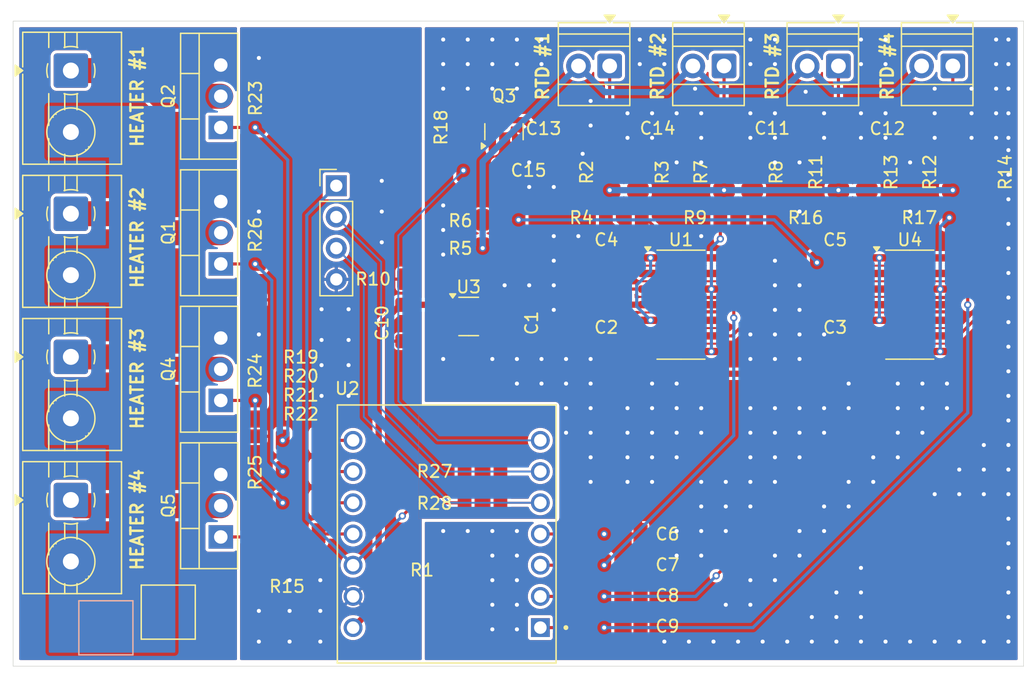
<source format=kicad_pcb>
(kicad_pcb (version 20241229) (generator "pcbnew") (generator_version "9.0")
  (layers (0 "F.Cu" signal) (2 "B.Cu" signal) (13 "F.Paste" user) (15 "B.Paste" user) (5 "F.SilkS" user "F.Silkscreen") (7 "B.SilkS" user "B.Silkscreen") (1 "F.Mask" user) (3 "B.Mask" user) (25 "Edge.Cuts" user))
  (net 0 "")
  (net 1 "VAA")
  (net 2 "GNDA")
  (net 3 "GNDD")
  (net 4 "Net-(J2-Pin_1)")
  (net 5 "Net-(U1A--)")
  (net 6 "Net-(U1B-+)")
  (net 7 "VAA{slash}2")
  (net 8 "Net-(J4-Pin_1)")
  (net 9 "Net-(U1C--)")
  (net 10 "Net-(U1D-+)")
  (net 11 "Net-(J1-Pin_1)")
  (net 12 "Net-(J3-Pin_1)")
  (net 13 "Net-(U4A--)")
  (net 14 "Net-(U4C--)")
  (net 15 "Net-(U4B-+)")
  (net 16 "Net-(U4D-+)")
  (net 17 "+5V")
  (net 19 "CH1")
  (net 20 "CH2")
  (net 21 "Net-(Q1-G)")
  (net 22 "GNDPWR")
  (net 23 "Net-(Q2-G)")
  (net 24 "Net-(Q4-G)")
  (net 25 "CH3")
  (net 26 "CH4")
  (net 27 "R_COM")
  (net 28 "R_PWR_EN")
  (net 29 "Net-(Q5-G)")
  (net 30 "HEATER1")
  (net 31 "HEATER2")
  (net 32 "HEATER3")
  (net 33 "HEATER4")
  (net 34 "+3.3V")
  (net 35 "SDA")
  (net 36 "SCL")
  (net 37 "+24V")
  (net 38 "Net-(J9-Pin_1)")
  (net 39 "Net-(J10-Pin_1)")
  (net 40 "Net-(J11-Pin_1)")
  (net 41 "Net-(J12-Pin_1)")
  (footprint "Package_TO_SOT_THT:TO-220-3_Vertical" (layer "F.Cu") (at 126.9 98.155 90)
    (property "Reference" "Q2")
    (property "Value" "IRLZ44N")
  )
  (footprint "TerminalBlock:TerminalBlock_MaiXu_MX126-5.0-02P_1x02_P5.00mm" (layer "F.Cu") (at 114.7 116.825 -90)
    (property "Reference" "J10" (hide yes))
    (property "Value" "Heater3")
  )
  (footprint "PCM_JLCPCB:C_1206" (layer "F.Cu") (at 175.686667 98.25 180)
    (property "Reference" "C11")
    (property "Value" "10nF")
  )
  (footprint "PCM_JLCPCB:R_1206" (layer "F.Cu") (at 169.016667 105.5 180)
    (property "Reference" "R9")
    (property "Value" "1kΩ")
  )
  (footprint "PCM_JLCPCB:R_1206" (layer "F.Cu") (at 146.645 98.1525 90)
    (property "Reference" "R18")
    (property "Value" "10kΩ")
  )
  (footprint "PCM_JLCPCB:C_1206" (layer "F.Cu") (at 159.58 131.24)
    (property "Reference" "C6")
    (property "Value" "10nF")
  )
  (footprint "PCM_JLCPCB:SOIC-14_L8.7-W3.9-P1.27-LS6.0-BL" (layer "F.Cu") (at 164.354167 112.5775)
    (property "Reference" "U1")
    (property "Value" "LMC6484")
  )
  (footprint "PCM_JLCPCB:C_1206" (layer "F.Cu") (at 159.58 133.78)
    (property "Reference" "C7")
    (property "Value" "10nF")
  )
  (footprint "PCM_JLCPCB:C_1206" (layer "F.Cu") (at 159.58 138.86)
    (property "Reference" "C9")
    (property "Value" "10nF")
  )
  (footprint "PCM_JLCPCB:C_1206" (layer "F.Cu") (at 159.58 136.32)
    (property "Reference" "C8")
    (property "Value" "10nF")
  )
  (footprint "PCM_JLCPCB:R_1206" (layer "F.Cu") (at 187.65 105.5 180)
    (property "Reference" "R17")
    (property "Value" "1kΩ")
  )
  (footprint "PCM_JLCPCB:R_1206" (layer "F.Cu") (at 129.7 121.831667 90)
    (property "Reference" "R24")
    (property "Value" "10kΩ")
  )
  (footprint "PCM_JLCPCB:R_1206" (layer "F.Cu") (at 179.475 101.8 -90)
    (property "Reference" "R13")
    (property "Value" "1kΩ")
  )
  (footprint "Package_TO_SOT_SMD:SOT-23-5" (layer "F.Cu") (at 147.075 113.5375)
    (property "Reference" "U3")
    (property "Value" "AP2112K-3.3")
  )
  (footprint "LOGO" (layer "F.Cu") (at 185.05 134.000001)
    (property "Reference" "G***" (hide yes))
    (property "Value" "LOGO" (hide yes))
  )
  (footprint "TerminalBlock:TerminalBlock_MaiXu_MX126-5.0-02P_1x02_P5.00mm" (layer "F.Cu") (at 114.7 128.475 -90)
    (property "Reference" "J12" (hide yes))
    (property "Value" "Heater4")
  )
  (footprint "PCM_JLCPCB:R_1206" (layer "F.Cu") (at 170.15 101.8 -90)
    (property "Reference" "R8")
    (property "Value" "1kΩ")
  )
  (footprint "PCM_JLCPCB:C_1206" (layer "F.Cu") (at 158.275 112.5775 180)
    (property "Reference" "C2")
    (property "Value" "100nF")
  )
  (footprint "PCM_JLCPCB:R_1206" (layer "F.Cu") (at 159.7 105.5 180)
    (property "Reference" "R4")
    (property "Value" "1kΩ")
  )
  (footprint "PCM_JLCPCB:R_1206" (layer "F.Cu") (at 160.85 101.8 -90)
    (property "Reference" "R3")
    (property "Value" "1kΩ")
  )
  (footprint "TerminalBlock:TerminalBlock_Xinya_XY308-2.54-2P_1x02_P2.54mm_Horizontal" (layer "F.Cu") (at 158.55 93.15 180)
    (property "Reference" "J1" (hide yes))
    (property "Value" "CH1")
  )
  (footprint "PCM_JLCPCB:R_1206" (layer "F.Cu") (at 129.7 130.02 -90)
    (property "Reference" "R25")
    (property "Value" "10kΩ")
  )
  (footprint "PCM_JLCPCB:R_1206" (layer "F.Cu") (at 148.2 128.7 180)
    (property "Reference" "R28")
    (property "Value" "10kΩ")
  )
  (footprint "PCM_JLCPCB:R_1206" (layer "F.Cu") (at 149.6725 107.975)
    (property "Reference" "R5")
    (property "Value" "1kΩ")
  )
  (footprint "PCM_JLCPCB:R_1206" (layer "F.Cu") (at 149.6725 105.675 180)
    (property "Reference" "R6")
    (property "Value" "1kΩ")
  )
  (footprint "PCM_JLCPCB:R_1206" (layer "F.Cu") (at 133.4 123.62 180)
    (property "Reference" "R19")
    (property "Value" "100Ω")
  )
  (footprint "PCM_JLCPCB:R_1206" (layer "F.Cu") (at 129.7 99.615 90)
    (property "Reference" "R23")
    (property "Value" "10kΩ")
  )
  (footprint "PCM_JLCPCB:C_1206" (layer "F.Cu") (at 142 114.0675 -90)
    (property "Reference" "C10")
    (property "Value" "100nF")
  )
  (footprint "PCM_JLCPCB:C_1206" (layer "F.Cu") (at 148.125 101.65)
    (property "Reference" "C15")
    (property "Value" "10nF")
  )
  (footprint "PCM_JLCPCB:R_1206" (layer "F.Cu") (at 186.475 101.8 -90)
    (property "Reference" "R12")
    (property "Value" "1kΩ")
  )
  (footprint "TerminalBlock:TerminalBlock_MaiXu_MX126-5.0-02P_1x02_P5.00mm" (layer "F.Cu") (at 114.7 93.525 -90)
    (property "Reference" "J9" (hide yes))
    (property "Value" "Heater1")
  )
  (footprint "PCM_JLCPCB:R_1206" (layer "F.Cu") (at 133.4 126.16 180)
    (property "Reference" "R20")
    (property "Value" "100Ω")
  )
  (footprint "Package_TO_SOT_SMD:SOT-23" (layer "F.Cu") (at 149.95 98.5 90)
    (property "Reference" "Q3")
    (property "Value" "DMN2056U")
  )
  (footprint "PCM_JLCPCB:R_1206" (layer "F.Cu") (at 177.166667 101.8 -90)
    (property "Reference" "R11")
    (property "Value" "1kΩ")
  )
  (footprint "PCM_JLCPCB:C_1206" (layer "F.Cu") (at 157.07 98.25 180)
    (property "Reference" "C13")
    (property "Value" "10nF")
  )
  (footprint "Package_TO_SOT_THT:TO-220-3_Vertical" (layer "F.Cu") (at 126.9 131.48 90)
    (property "Reference" "Q5")
    (property "Value" "IRLZ44N")
  )
  (footprint "PCM_JLCPCB:C_1206" (layer "F.Cu") (at 176.9 112.5775 180)
    (property "Reference" "C3")
    (property "Value" "100nF")
  )
  (footprint "Connector_PinHeader_2.54mm:PinHeader_1x04_P2.54mm_Vertical" (layer "F.Cu") (at 136.3 102.9)
    (property "Reference" "J7" (hide yes))
    (property "Value" "LCD")
  )
  (footprint "PCM_JLCPCB:R_1206" (layer "F.Cu") (at 133.4 131.24 180)
    (property "Reference" "R22")
    (property "Value" "100Ω")
  )
  (footprint "PCM_JLCPCB:R_1206" (layer "F.Cu") (at 129.7 110.723333 90)
    (property "Reference" "R26")
    (property "Value" "10kΩ")
  )
  (footprint "PCM_JLCPCB:R_1206" (layer "F.Cu") (at 133.4 128.7 180)
    (property "Reference" "R21")
    (property "Value" "100Ω")
  )
  (footprint "PCM_JLCPCB:R_1206" (layer "F.Cu") (at 143.275 110.5)
    (property "Reference" "R10")
    (property "Value" "0Ω")
  )
  (footprint "TerminalBlock:TerminalBlock_Xinya_XY308-2.54-2P_1x02_P2.54mm_Horizontal" (layer "F.Cu") (at 186.475 93.15 180)
    (property "Reference" "J4" (hide yes))
    (property "Value" "CH4")
  )
  (footprint "PCM_JLCPCB:C_1206" (layer "F.Cu") (at 184.995 98.25 180)
    (property "Reference" "C12")
    (property "Value" "10nF")
  )
  (footprint "PCM_JLCPCB:R_1206" (layer "F.Cu") (at 143.275 136)
    (property "Reference" "R1")
    (property "Value" "0Ω")
  )
  (footprint "PCM_JLCPCB:SOIC-14_L8.7-W3.9-P1.27-LS6.0-BL" (layer "F.Cu") (at 182.975 112.5775)
    (property "Reference" "U4")
    (property "Value" "LMC6484")
  )
  (footprint "PCM_JLCPCB:R_1206" (layer "F.Cu") (at 188.8 101.8 -90)
    (property "Reference" "R14")
    (property "Value" "1kΩ")
  )
  (footprint "TerminalBlock:TerminalBlock_Xinya_XY308-2.54-2P_1x02_P2.54mm_Horizontal" (layer "F.Cu") (at 167.858333 93.15 180)
    (property "Reference" "J3" (hide yes))
    (property "Value" "CH3")
  )
  (footprint "PCM_JLCPCB:R_1206" (layer "F.Cu") (at 128.29 135.5)
    (property "Reference" "R15")
    (property "Value" "0Ω")
  )
  (footprint "Package_TO_SOT_THT:TO-220-3_Vertical" (layer "F.Cu") (at 126.9 120.371667 90)
    (property "Reference" "Q4")
    (property "Value" "IRLZ44N")
  )
  (footprint "TerminalBlock:TerminalBlock_MaiXu_MX126-5.0-02P_1x02_P5.00mm" (layer "F.Cu") (at 114.7 105.175 -90)
    (property "Reference" "J11" (hide yes))
    (property "Value" "Heater2")
  )
  (footprint "Package_TO_SOT_THT:TO-220-3_Vertical" (layer "F.Cu") (at 126.9 109.263333 90)
    (property "Reference" "Q1")
    (property "Value" "IRLZ44N")
  )
  (footprint "PCM_JLCPCB:R_1206" (layer "F.Cu") (at 178.333333 105.5 180)
    (property "Reference" "R16")
    (property "Value" "1kΩ")
  )
  (footprint "TestPoint:TestPoint_Pad_4.0x4.0mm" (layer "F.Cu") (at 122.625 137.6)
    (property "Reference" "J6" (hide yes))
    (property "Value" "Conn_01x01_Pin")
  )
  (footprint "PCM_JLCPCB:C_1206" (layer "F.Cu") (at 150.35 114.0675 -90)
    (property "Reference" "C1")
    (property "Value" "100nF")
  )
  (footprint "Mylib:MODULE_102010388" (layer "F.Cu") (at 145.2875 131.24 180)
    (property "Reference" "U2")
    (property "Value" "102010388")
  )
  (footprint "PCM_JLCPCB:C_1206" (layer "F.Cu") (at 166.378333 98.25 180)
    (property "Reference" "C14")
    (property "Value" "10nF")
  )
  (footprint "TerminalBlock:TerminalBlock_Xinya_XY308-2.54-2P_1x02_P2.54mm_Horizontal" (layer "F.Cu") (at 177.166667 93.15 180)
    (property "Reference" "J2" (hide yes))
    (property "Value" "CH2")
  )
  (footprint "PCM_JLCPCB:C_1206" (layer "F.Cu") (at 158.275 109.15)
    (property "Reference" "C4")
    (property "Value" "100nF")
  )
  (footprint "PCM_JLCPCB:R_1206" (layer "F.Cu") (at 158.55 101.8 -90)
    (property "Reference" "R2")
    (property "Value" "1kΩ")
  )
  (footprint "PCM_JLCPCB:R_1206" (layer "F.Cu") (at 167.858333 101.8 -90)
    (property "Reference" "R7")
    (property "Value" "1kΩ")
  )
  (footprint "PCM_JLCPCB:R_1206" (layer "F.Cu") (at 148.2 126.16 180)
    (property "Reference" "R27")
    (property "Value" "10kΩ")
  )
  (footprint "PCM_JLCPCB:C_1206" (layer "F.Cu") (at 176.9 109.15)
    (property "Reference" "C5")
    (property "Value" "100nF")
  )
  (footprint "TestPoint:TestPoint_Pad_4.0x4.0mm" (layer "B.Cu") (at 117.55 138.875)
    (property "Reference" "J5" (hide yes))
    (property "Value" "Conn_01x01_Pin")
  )
  (gr_rect (start 110 89.5) (end 192.25 142) (stroke (width 0.05)) (fill no) (layer "Edge.Cuts"))
  (gr_text "Temp_mon&ctrl\nFZ. Liu\nApr, 2025" (at 131.941522 95.94713 0) (layer "F.Cu") (effects (font (size 1 1)) (justify left bottom)))
  (gr_text "RTD #1" (at 153.675 96.05 90) (layer "F.SilkS") (effects (font (size 1 1) (thickness 0.2) (bold yes)) (justify left bottom)))
  (gr_text "HEATER #4" (at 120.675 134.3 90) (layer "F.SilkS") (effects (font (size 1 1) (thickness 0.2) (bold yes)) (justify left bottom)))
  (gr_text "HEATER #1" (at 120.675 99.85 90) (layer "F.SilkS") (effects (font (size 1 1) (thickness 0.2) (bold yes)) (justify left bottom)))
  (gr_text "RTD #3" (at 172.375 96.05 90) (layer "F.SilkS") (effects (font (size 1 1) (thickness 0.2) (bold yes)) (justify left bottom)))
  (gr_text "HEATER #2" (at 120.675 111.333333 90) (layer "F.SilkS") (effects (font (size 1 1) (thickness 0.2) (bold yes)) (justify left bottom)))
  (gr_text "HEATER #3" (at 120.675 122.816667 90) (layer "F.SilkS") (effects (font (size 1 1) (thickness 0.2) (bold yes)) (justify left bottom)))
  (gr_text "RTD #2" (at 163.025 96.05 90) (layer "F.SilkS") (effects (font (size 1 1) (thickness 0.2) (bold yes)) (justify left bottom)))
  (gr_text "RTD #4" (at 181.725 96.05 90) (layer "F.SilkS") (effects (font (size 1 1) (thickness 0.2) (bold yes)) (justify left bottom)))
  (segment (start 148.2125 112.5875) (end 148.2125 107.975) (width 0.508) (layer "F.Cu") (net 1))
  (segment (start 178.38 112.5775) (end 180.5 112.5775) (width 0.508) (layer "F.Cu") (net 1))
  (segment (start 165.4 118.2) (end 175.675 118.2) (width 0.508) (layer "F.Cu") (net 1))
  (segment (start 152.0875 112.5875) (end 153.95 114.45) (width 0.508) (layer "F.Cu") (net 1))
  (segment (start 178.38 115.495) (end 178.38 112.5775) (width 0.508) (layer "F.Cu") (net 1))
  (segment (start 148.2125 112.5875) (end 152.0875 112.5875) (width 0.508) (layer "F.Cu") (net 1))
  (segment (start 175.675 118.2) (end 178.38 115.495) (width 0.508) (layer "F.Cu") (net 1))
  (segment (start 161.869167 112.5875) (end 161.879167 112.5775) (width 0.508) (layer "F.Cu") (net 1))
  (segment (start 157.8825 114.45) (end 159.755 112.5775) (width 0.508) (layer "F.Cu") (net 1))
  (segment (start 161.879167 112.5775) (end 162.6775 112.5775) (width 0.508) (layer "F.Cu") (net 1))
  (segment (start 153.95 114.45) (end 157.8825 114.45) (width 0.508) (layer "F.Cu") (net 1))
  (segment (start 159.755 112.5775) (end 161.879167 112.5775) (width 0.508) (layer "F.Cu") (net 1))
  (segment (start 162.6775 112.5775) (end 164.275 114.175) (width 0.508) (layer "F.Cu") (net 1))
  (segment (start 164.275 114.175) (end 164.275 117.075) (width 0.508) (layer "F.Cu") (net 1))
  (segment (start 164.275 117.075) (end 165.4 118.2) (width 0.508) (layer "F.Cu") (net 1))
  (via (at 148.2125 107.975) (size 0.5842) (drill 0.3302) (layers "F.Cu" "B.Cu") (net 1))
  (segment (start 156.01 93.15) (end 158.135 95.275) (width 0.508) (layer "B.Cu") (net 1))
  (segment (start 174.626667 93.15) (end 176.651667 95.175) (width 0.508) (layer "B.Cu") (net 1))
  (segment (start 163.193333 95.275) (end 165.318333 93.15) (width 0.508) (layer "B.Cu") (net 1))
  (segment (start 156.01 93.15) (end 148.2125 100.9475) (width 0.508) (layer "B.Cu") (net 1))
  (segment (start 148.2125 100.9475) (end 148.2125 107.975) (width 0.508) (layer "B.Cu") (net 1))
  (segment (start 176.651667 95.175) (end 181.91 95.175) (width 0.508) (layer "B.Cu") (net 1))
  (segment (start 167.368333 95.2) (end 172.576667 95.2) (width 0.508) (layer "B.Cu") (net 1))
  (segment (start 172.576667 95.2) (end 174.626667 93.15) (width 0.508) (layer "B.Cu") (net 1))
  (segment (start 181.91 95.175) (end 183.935 93.15) (width 0.508) (layer "B.Cu") (net 1))
  (segment (start 158.135 95.275) (end 163.193333 95.275) (width 0.508) (layer "B.Cu") (net 1))
  (segment (start 165.318333 93.15) (end 167.368333 95.2) (width 0.508) (layer "B.Cu") (net 1))
  (via (at 160 121) (size 0.5842) (drill 0.3302) (layers "F.Cu" "B.Cu") (net 2))
  (via (at 169 140) (size 0.5842) (drill 0.3302) (layers "F.Cu" "B.Cu") (net 2))
  (via (at 149 91) (size 0.5842) (drill 0.3302) (layers "F.Cu" "B.Cu") (net 2))
  (via (at 170 97) (size 0.5842) (drill 0.3302) (layers "F.Cu" "B.Cu") (net 2))
  (via (at 155 119) (size 0.5842) (drill 0.3302) (layers "F.Cu" "B.Cu") (net 2))
  (via (at 185 99) (size 0.5842) (drill 0.3302) (layers "F.Cu" "B.Cu") (net 2))
  (via (at 170 99) (size 0.5842) (drill 0.3302) (layers "F.Cu" "B.Cu") (net 2))
  (via (at 191 118) (size 0.5842) (drill 0.3302) (layers "F.Cu" "B.Cu") (net 2))
  (via (at 162 99) (size 0.5842) (drill 0.3302) (layers "F.Cu" "B.Cu") (net 2))
  (via (at 191 93) (size 0.5842) (drill 0.3302) (layers "F.Cu" "B.Cu") (net 2))
  (via (at 157 117) (size 0.5842) (drill 0.3302) (layers "F.Cu" "B.Cu") (net 2))
  (via (at 174 111) (size 0.5842) (drill 0.3302) (layers "F.Cu" "B.Cu") (net 2))
  (via (at 157 123) (size 0.5842) (drill 0.3302) (layers "F.Cu" "B.Cu") (net 2))
  (via (at 160 127) (size 0.5842) (drill 0.3302) (layers "F.Cu" "B.Cu") (net 2))
  (via (at 176 123) (size 0.5842) (drill 0.3302) (layers "F.Cu" "B.Cu") (net 2))
  (via (at 175 140) (size 0.5842) (drill 0.3302) (layers "F.Cu" "B.Cu") (net 2))
  (via (at 164 121) (size 0.5842) (drill 0.3302) (layers "F.Cu" "B.Cu") (net 2))
  (via (at 145 93) (size 0.5842) (drill 0.3302) (layers "F.Cu" "B.Cu") (net 2))
  (via (at 163 93) (size 0.5842) (drill 0.3302) (layers "F.Cu" "B.Cu") (net 2))
  (via (at 147 93) (size 0.5842) (drill 0.3302) (layers "F.Cu" "B.Cu") (net 2))
  (via (at 153 93) (size 0.5842) (drill 0.3302) (layers "F.Cu" "B.Cu") (net 2))
  (via (at 180 125) (size 0.5842) (drill 0.3302) (layers "F.Cu" "B.Cu") (net 2))
  (via (at 191 130) (size 0.5842) (drill 0.3302) (layers "F.Cu" "B.Cu") (net 2))
  (via (at 191 102) (size 0.5842) (drill 0.3302) (layers "F.Cu" "B.Cu") (net 2))
  (via (at 154 111) (size 0.5842) (drill 0.3302) (layers "F.Cu" "B.Cu") (net 2))
  (via (at 156.35 100.3) (size 0.5842) (drill 0.3302) (layers "F.Cu" "B.Cu") (net 2))
  (via (at 166 107) (size 0.5842) (drill 0.3302) (layers "F.Cu" "B.Cu") (net 2))
  (via (at 191 132) (size 0.5842) (drill 0.3302) (layers "F.Cu" "B.Cu") (net 2))
  (via (at 149 93) (size 0.5842) (drill 0.3302) (layers "F.Cu" "B.Cu") (net 2))
  (via (at 190 91) (size 0.5842) (drill 0.3302) (layers "F.Cu" "B.Cu") (net 2))
  (via (at 145 131) (size 0.5842) (drill 0.3302) (layers "F.Cu" "B.Cu") (net 2))
  (via (at 181 97) (size 0.5842) (drill 0.3302) (layers "F.Cu" "B.Cu") (net 2))
  (via (at 172 127) (size 0.5842) (drill 0.3302) (layers "F.Cu" "B.Cu") (net 2))
  (via (at 145 91) (size 0.5842) (drill 0.3302) (layers "F.Cu" "B.Cu") (net 2))
  (via (at 190 99) (size 0.5842) (drill 0.3302) (layers "F.Cu" "B.Cu") (net 2))
  (via (at 168 131) (size 0.5842) (drill 0.3302) (layers "F.Cu" "B.Cu") (net 2))
  (via (at 188 99) (size 0.5842) (drill 0.3302) (layers "F.Cu" "B.Cu") (net 2))
  (via (at 168 137) (size 0.5842) (drill 0.3302) (layers "F.Cu" "B.Cu") (net 2))
  (via (at 151 95) (size 0.5842) (drill 0.3302) (layers "F.Cu" "B.Cu") (net 2))
  (via (at 191 116) (size 0.5842) (drill 0.3302) (layers "F.Cu" "B.Cu") (net 2))
  (via (at 191 128) (size 0.5842) (drill 0.3302) (layers "F.Cu" "B.Cu") (net 2))
  (via (at 151 137) (size 0.5842) (drill 0.3302) (layers "F.Cu" "B.Cu") (net 2))
  (via (at 191 120) (size 0.5842) (drill 0.3302) (layers "F.Cu" "B.Cu") (net 2))
  (via (at 172 117) (size 0.5842) (drill 0.3302) (layers "F.Cu" "B.Cu") (net 2))
  (via (at 174 131) (size 0.5842) (drill 0.3302) (layers "F.Cu" "B.Cu") (net 2))
  (via (at 179 99) (size 0.5842) (drill 0.3302) (layers "F.Cu" "B.Cu") (net 2))
  (via (at 156 107) (size 0.5842) (drill 0.3302) (layers "F.Cu" "B.Cu") (net 2))
  (via (at 185 97) (size 0.5842) (drill 0.3302) (layers "F.Cu" "B.Cu") (net 2))
  (via (at 174 115) (size 0.5842) (drill 0.3302) (layers "F.Cu" "B.Cu") (net 2))
  (via (at 177 138) (size 0.5842) (drill 0.3302) (layers "F.Cu" "B.Cu") (net 2))
  (via (at 181 140) (size 0.5842) (drill 0.3302) (layers "F.Cu" "B.Cu") (net 2))
  (via (at 152 111) (size 0.5842) (drill 0.3302) (layers "F.Cu" "B.Cu") (net 2))
  (via (at 190 95) (size 0.5842) (drill 0.3302) (layers "F.Cu" "B.Cu") (net 2))
  (via (at 170 115) (size 0.5842) (drill 0.3302) (layers "F.Cu" "B.Cu") (net 2))
  (via (at 151 117) (size 0.5842) (drill 0.3302) (layers "F.Cu" "B.Cu") (net 2))
  (via (at 166 133) (size 0.5842) (drill 0.3302) (layers "F.Cu" "B.Cu") (net 2))
  (via (at 164 119) (size 0.5842) (drill 0.3302) (layers "F.Cu" "B.Cu") (net 2))
  (via (at 170 91) (size 0.5842) (drill 0.3302) (layers "F.Cu" "B.Cu") (net 2))
  (via (at 154 109) (size 0.5842) (drill 0.3302) (layers "F.Cu" "B.Cu") (net 2))
  (via (at 170 135) (size 0.5842) (drill 0.3302) (layers "F.Cu" "B.Cu") (net 2))
  (via (at 191 134) (size 0.5842) (drill 0.3302) (layers "F.Cu" "B.Cu") (net 2))
  (via (at 186 119) (size 0.5842) (drill 0.3302) (layers "F.Cu" "B.Cu") (net 2))
  (via (at 149 133) (size 0.5842) (drill 0.3302) (layers "F.Cu" "B.Cu") (net 2))
  (via (at 178 129) (size 0.5842) (drill 0.3302) (layers "F.Cu" "B.Cu") (net 2))
  (via (at 157 121) (size 0.5842) (drill 0.3302) (layers "F.Cu" "B.Cu") (net 2))
  (via (at 174 125) (size 0.5842) (drill 0.3302) (layers "F.Cu" "B.Cu") (net 2))
  (via (at 183 105) (size 0.5842) (drill 0.3302) (layers "F.Cu" "B.Cu") (net 2))
  (via (at 170 93) (size 0.5842) (drill 0.3302) (layers "F.Cu" "B.Cu") (net 2))
  (via (at 179 97) (size 0.5842) (drill 0.3302) (layers "F.Cu" "B.Cu") (net 2))
  (via (at 181 93) (size 0.5842) (drill 0.3302) (layers "F.Cu" "B.Cu") (net 2))
  (via (at 176 121) (size 0.5842) (drill 0.3302) (layers "F.Cu" "B.Cu") (net 2))
  (via (at 172 121) (size 0.5842) (drill 0.3302) (layers "F.Cu" "B.Cu") (net 2))
  (via (at 170 117) (size 0.5842) (drill 0.3302) (layers "F.Cu" "B.Cu") (net 2))
  (via (at 166 99) (size 0.5842) (drill 0.3302) (layers "F.Cu" "B.Cu") (net 2))
  (via (at 172 99) (size 0.5842) (drill 0.3302) (layers "F.Cu" "B.Cu") (net 2))
  (via (at 162 125) (size 0.5842) (drill 0.3302) (layers "F.Cu" "B.Cu") (net 2))
  (via (at 190 93) (size 0.5842) (drill 0.3302) (layers "F.Cu" "B.Cu") (net 2))
  (via (at 164 125) (size 0.5842) (drill 0.3302) (layers "F.Cu" "B.Cu") (net 2))
  (via (at 172 97) (size 0.5842) (drill 0.3302) (layers "F.Cu" "B.Cu") (net 2))
  (via (at 155 121) (size 0.5842) (drill 0.3302) (layers "F.Cu" "B.Cu") (net 2))
  (via (at 149 135) (size 0.5842) (drill 0.3302) (layers "F.Cu" "B.Cu") (net 2))
  (via (at 187 128) (size 0.5842) (drill 0.3302) (layers "F.Cu" "B.Cu") (net 2))
  (via (at 151 131) (size 0.5842) (drill 0.3302) (layers "F.Cu" "B.Cu") (net 2))
  (via (at 171 140) (size 0.5842) (drill 0.3302) (layers "F.Cu" "B.Cu") (net 2))
  (via (at 180 127) (size 0.5842) (drill 0.3302) (layers "F.Cu" "B.Cu") (net 2))
  (via (at 182 125) (size 0.5842) (drill 0.3302) (layers "F.Cu" "B.Cu") (net 2))
  (via (at 184 121) (size 0.5842) (drill 0.3302) (layers "F.Cu" "B.Cu") (net 2))
  (via (at 191 124) (size 0.5842) (drill 0.3302) (layers "F.Cu" "B.Cu") (net 2))
  (via (at 179 134) (size 0.5842) (drill 0.3302) (layers "F.Cu" "B.Cu") (net 2))
  (via (at 157 96) (size 0.5842) (drill 0.3302) (layers "F.Cu" "B.Cu") (net 2))
  (via (at 145 117) (size 0.5842) (drill 0.3302) (layers "F.Cu" "B.Cu") (net 2))
  (via (at 149 117) (size 0.5842) (drill 0.3302) (layers "F.Cu" "B.Cu") (net 2))
  (via (at 166 97) (size 0.5842) (drill 0.3302) (layers "F.Cu" "B.Cu") (net 2))
  (via (at 160 97) (size 0.5842) (drill 0.3302) (layers "F.Cu" "B.Cu") (net 2))
  (via (at 172 133) (size 0.5842) (drill 0.3302) (layers "F.Cu" "B.Cu") (net 2))
  (via (at 179 136) (size 0.5842) (drill 0.3302) (layers "F.Cu" "B.Cu") (net 2))
  (via (at 157 98) (size 0.5842) (drill 0.3302) (layers "F.Cu" "B.Cu") (net 2))
  (via (at 166 101) (size 0.5842) (drill 0.3302) (layers "F.Cu" "B.Cu") (net 2))
  (via (at 188 95) (size 0.5842) (drill 0.3302) (layers "F.Cu" "B.Cu") (net 2))
  (via (at 162 127) (size 0.5842) (drill 0.3302) (layers "F.Cu" "B.Cu") (net 2))
  (via (at 172 91) (size 0.5842) (drill 0.3302) (layers "F.Cu" "B.Cu") (net 2))
  (via (at 153 119) (size 0.5842) (drill 0.3302) (layers "F.Cu" "B.Cu") (net 2))
  (via (at 149 131) (size 0.5842) (drill 0.3302) (layers "F.Cu" "B.Cu") (net 2))
  (via (at 176 131) (size 0.5842) (drill 0.3302) (layers "F.Cu" "B.Cu") (net 2))
  (via (at 179 93) (size 0.5842) (drill 0.3302) (layers "F.Cu" "B.Cu") (net 2))
  (via (at 149 95) (size 0.5842) (drill 0.3302) (layers "F.Cu" "B.Cu") (net 2))
  (via (at 154 113) (size 0.5842) (drill 0.3302) (layers "F.Cu" "B.Cu") (net 2))
  (via (at 170 123) (size 0.5842) (drill 0.3302) (layers "F.Cu" "B.Cu") (net 2))
  (via (at 145 95) (size 0.5842) (drill 0.3302) (layers "F.Cu" "B.Cu") (net 2))
  (via (at 178 127) (size 0.5842) (drill 0.3302) (layers "F.Cu" "B.Cu") (net 2))
  (via (at 166 131) (size 0.5842) (drill 0.3302) (layers "F.Cu" "B.Cu") (net 2))
  (via (at 178 119) (size 0.5842) (drill 0.3302) (layers "F.Cu" "B.Cu") (net 2))
  (via (at 172 113) (size 0.5842) (drill 0.3302) (layers "F.Cu" "B.Cu") (net 2))
  (via (at 174 123) (size 0.5842) (drill 0.3302) (layers "F.Cu" "B.Cu") (net 2))
  (via (at 164 123) (size 0.5842) (drill 0.3302) (layers "F.Cu" "B.Cu") (net 2))
  (via (at 179 91) (size 0.5842) (drill 0.3302) (layers "F.Cu" "B.Cu") (net 2))
  (via (at 157 125) (size 0.5842) (drill 0.3302) (layers "F.Cu" "B.Cu") (net 2))
  (via (at 176 97) (size 0.5842) (drill 0.3302) (layers "F.Cu" "B.Cu") (net 2))
  (via (at 173 140) (size 0.5842) (drill 0.3302) (layers "F.Cu" "B.Cu") (net 2))
  (via (at 174 113) (size 0.5842) (drill 0.3302) (layers "F.Cu" "B.Cu") (net 2))
  (via (at 191 97) (size 0.5842) (drill 0.3302) (layers "F.Cu" "B.Cu") (net 2))
  (via (at 161 91) (size 0.5842) (drill 0.3302) (layers "F.Cu" "B.Cu") (net 2))
  (via (at 162 119) (size 0.5842) (drill 0.3302) (layers "F.Cu" "B.Cu") (net 2))
  (via (at 189 124) (size 0.5842) (drill 0.3302) (layers "F.Cu" "B.Cu") (net 2))
  (via (at 168 129) (size 0.5842) (drill 0.3302) (layers "F.Cu" "B.Cu") (net 2))
  (via (at 164 97) (size 0.5842) (drill 0.3302) (layers "F.Cu" "B.Cu") (net 2))
  (via (at 155 123) (size 0.5842) (drill 0.3302) (layers "F.Cu" "B.Cu") (net 2))
  (via (at 184 123) (size 0.5842) (drill 0.3302) (layers "F.Cu" "B.Cu") (net 2))
  (via (at 172 125) (size 0.5842) (drill 0.3302) (layers "F.Cu" "B.Cu") (net 2))
  (via (at 185 140) (size 0.5842) (drill 0.3302) (layers "F.Cu" "B.Cu") (net 2))
  (via (at 191 138) (size 0.5842) (drill 0.3302) (layers "F.Cu" "B.Cu") (net 2))
  (via (at 164 133) (size 0.5842) (drill 0.3302) (layers "F.Cu" "B.Cu") (net 2))
  (via (at 151 135) (size 0.5842) (drill 0.3302) (layers "F.Cu" "B.Cu") (net 2))
  (via (at 170 137) (size 0.5842) (drill 0.3302) (layers "F.Cu" "B.Cu") (net 2))
  (via (at 191 112) (size 0.5842) (drill 0.3302) (layers "F.Cu" "B.Cu") (net 2))
  (via (at 164 101) (size 0.5842) (drill 0.3302) (layers "F.Cu" "B.Cu") (net 2))
  (via (at 147 95) (size 0.5842) (drill 0.3302) (layers "F.Cu" "B.Cu") (net 2))
  (via (at 172 115) (size 0.5842) (drill 0.3302) (layers "F.Cu" "B.Cu") (net 2))
  (via (at 166 121) (size 0.5842) (drill 0.3302) (layers "F.Cu" "B.Cu") (net 2))
  (via (at 170 129) (size 0.5842) (drill 0.3302) (layers "F.Cu" "B.Cu") (net 2))
  (via (at 165 140) (size 0.5842) (drill 0.3302) (layers "F.Cu" "B.Cu") (net 2))
  (via (at 191 114) (size 0.5842) (drill 0.3302) (layers "F.Cu" "B.Cu") (net 2))
  (via (at 174 117) (size 0.5842) (drill 0.3302) (layers "F.Cu" "B.Cu") (net 2))
  (via (at 160 125) (size 0.5842) (drill 0.3302) (layers "F.Cu" "B.Cu") (net 2))
  (via (at 191 106) (size 0.5842) (drill 0.3302) (layers "F.Cu" "B.Cu") (net 2))
  (via (at 178 121) (size 0.5842) (drill 0.3302) (layers "F.Cu" "B.Cu") (net 2))
  (via (at 172 123) (size 0.5842) (drill 0.3302) (layers "F.Cu" "B.Cu") (net 2))
  (via (at 154 103) (size 0.5842) (drill 0.3302) (layers "F.Cu" "B.Cu") (net 2))
  (via (at 166 127) (size 0.5842) (drill 0.3302) (layers "F.Cu" "B.Cu") (net 2))
  (via (at 191 110) (size 0.5842) (drill 0.3302) (layers "F.Cu" "B.Cu") (net 2))
  (via (at 164 131) (size 0.5842) (drill 0.3302) (layers "F.Cu" "B.Cu") (net 2))
  (via (at 170 127) (size 0.5842) (drill 0.3302) (layers "F.Cu" "B.Cu") (net 2))
  (via (at 191 126) (size 0.5842) (drill 0.3302) (layers "F.Cu" "B.Cu") (net 2))
  (via (at 172 93) (size 0.5842) (drill 0.3302) (layers "F.Cu" "B.Cu") (net 2))
  (via (at 191 100) (size 0.5842) (drill 0.3302) (layers "F.Cu" "B.Cu") (net 2))
  (via (at 162 97) (size 0.5842) (drill 0.3302) (layers "F.Cu" "B.Cu") (net 2))
  (via (at 161 93) (size 0.5842) (drill 0.3302) (layers "F.Cu" "B.Cu") (net 2))
  (via (at 149 139) (size 0.5842) (drill 0.3302) (layers "F.Cu" "B.Cu") (net 2))
  (via (at 185 128) (size 0.5842) (drill 0.3302) (layers "F.Cu" "B.Cu") (net 2))
  (via (at 186 121) (size 0.5842) (drill 0.3302) (layers "F.Cu" "B.Cu") (net 2))
  (via (at 153 117) (size 0.5842) (drill 0.3302) (layers "F.Cu" "B.Cu") (net 2))
  (via (at 174.5 95.25) (size 0.5842) (drill 0.3302) (layers "F.Cu" "B.Cu") (net 2))
  (via (at 191 95) (size 0.5842) (drill 0.3302) (layers "F.Cu" "B.Cu") (net 2))
  (via (at 177 136) (size 0.5842) (drill 0.3302) (layers "F.Cu" "B.Cu") (net 2))
  (via (at 191 99) (size 0.5842) (drill 0.3302) (layers "F.Cu" "B.Cu") (net 2))
  (via (at 160 99) (size 0.5842) (drill 0.3302) (layers "F.Cu" "B.Cu") (net 2))
  (via (at 187 126) (size 0.5842) (drill 0.3302) (layers "F.Cu" "B.Cu") (net 2))
  (via (at 181 91) (size 0.5842) (drill 0.3302) (layers "F.Cu" "B.Cu") (net 2))
  (via (at 174 121) (size 0.5842) (drill 0.3302) (layers "F.Cu" "B.Cu") (net 2))
  (via (at 188 97) (size 0.5842) (drill 0.3302) (layers "F.Cu" "B.Cu") (net 2))
  (via (at 170 125) (size 0.5842) (drill 0.3302) (layers "F.Cu" "B.Cu") (net 2))
  (via (at 189 140) (size 0.5842) (drill 0.3302) (layers "F.Cu" "B.Cu") (net 2))
  (via (at 152 101) (size 0.5842) (drill 0.3302) (layers "F.Cu" "B.Cu") (net 2))
  (via (at 189 128) (size 0.5842) (drill 0.3302) (layers "F.Cu" "B.Cu") (net 2))
  (via (at 175 138) (size 0.5842) (drill 0.3302) (layers "F.Cu" "B.Cu") (net 2))
  (via (at 182 119) (size 0.5842) (drill 0.3302) (layers "F.Cu" "B.Cu") (net 2))
  (via (at 176 115) (size 0.5842) (drill 0.3302) (layers "F.Cu" "B.Cu") (net 2))
  (via (at 163 91) (size 0.5842) (drill 0.3302) (layers "F.Cu" "B.Cu") (net 2))
  (via (at 151 91) (size 0.5842) (drill 0.3302) (layers "F.Cu" "B.Cu") (net 2))
  (via (at 172 101) (size 0.5842) (drill 0.3302) (layers "F.Cu" "B.Cu") (net 2))
  (via (at 170 121) (size 0.5842) (drill 0.3302) (layers "F.Cu" "B.Cu") (net 2))
  (via (at 162 123) (size 0.5842) (drill 0.3302) (layers "F.Cu" "B.Cu") (net 2))
  (via (at 183 140) (size 0.5842) (drill 0.3302) (layers "F.Cu" "B.Cu") (net 2))
  (via (at 154 107) (size 0.5842) (drill 0.3302) (layers "F.Cu" "B.Cu") (net 2))
  (via (at 182 121) (size 0.5842) (drill 0.3302) (layers "F.Cu" "B.Cu") (net 2))
  (via (at 168 127) (size 0.5842) (drill 0.3302) (layers "F.Cu" "B.Cu") (net 2))
  (via (at 151 119) (size 0.5842) (drill 0.3302) (layers "F.Cu" "B.Cu") (net 2))
  (via (at 157 119) (size 0.5842) (drill 0.3302) (layers "F.Cu" "B.Cu") (net 2))
  (via (at 185 95) (size 0.5842) (drill 0.3302) (layers "F.Cu" "B.Cu") (net 2))
  (via (at 179 140) (size 0.5842) (drill 0.3302) (layers "F.Cu" "B.Cu") (net 2))
  (via (at 160 123) (size 0.5842) (drill 0.3302) (layers "F.Cu" "B.Cu") (net 2))
  (via (at 190 97) (size 0.5842) (drill 0.3302) (layers "F.Cu" "B.Cu") (net 2))
  (via (at 165.5 95) (size 0.5842) (drill 0.3302) (layers "F.Cu" "B.Cu") (net 2))
  (via (at 177 140) (size 0.5842) (drill 0.3302) (layers "F.Cu" "B.Cu") (net 2))
  (via (at 191 140) (size 0.5842) (drill 0.3302) (layers "F.Cu" "B.Cu") (net 2))
  (via (at 152 103) (size 0.5842) (drill 0.3302) (layers "F.Cu" "B.Cu") (net 2))
  (via (at 181 99) (size 0.5842) (drill 0.3302) (layers "F.Cu" "B.Cu") (net 2))
  (via (at 176 129) (size 0.5842) (drill 0.3302) (layers "F.Cu" "B.Cu") (net 2))
  (via (at 172 111) (size 0.5842) (drill 0.3302) (layers "F.Cu" "B.Cu") (net 2))
  (via (at 174 105) (size 0.5842) (drill 0.3302) (layers "F.Cu" "B.Cu") (net 2))
  (via (at 167 140) (size 0.5842) (drill 0.3302) (layers "F.Cu" "B.Cu") (net 2))
  (via (at 147 131) (size 0.5842) (drill 0.3302) (layers "F.Cu" "B.Cu") (net 2))
  (via (at 174 133) (size 0.5842) (drill 0.3302) (layers "F.Cu" "B.Cu") (net 2))
  (via (at 145 106.5) (size 0.5842) (drill 0.3302) (layers "F.Cu" "B.Cu") (net 2))
  (via (at 191 91) (size 0.5842) (drill 0.3302) (layers "F.Cu" "B.Cu") (net 2))
  (via (at 166 123) (size 0.5842) (drill 0.3302) (layers "F.Cu" "B.Cu") (net 2))
  (via (at 151 139) (size 0.5842) (drill 0.3302) (layers "F.Cu" "B.Cu") (net 2))
  (via (at 191 122) (size 0.5842) (drill 0.3302) (layers "F.Cu" "B.Cu") (net 2))
  (via (at 153 91) (size 0.5842) (drill 0.3302) (layers "F.Cu" "B.Cu") (net 2))
  (via (at 151 133) (size 0.5842) (drill 0.3302) (layers "F.Cu" "B.Cu") (net 2))
  (via (at 189 126) (size 0.5842) (drill 0.3302) (layers "F.Cu" "B.Cu") (net 2))
  (via (at 162 121) (size 0.5842) (drill 0.3302) (layers "F.Cu" "B.Cu") (net 2))
  (via (at 163 140) (size 0.5842) (drill 0.3302) (layers "F.Cu" "B.Cu") (net 2))
  (via (at 172 135) (size 0.5842) (drill 0.3302) (layers "F.Cu" "B.Cu") (net 2))
  (via (at 191 104) (size 0.5842) (drill 0.3302) (layers "F.Cu" "B.Cu") (net 2))
  (via (at 182 123) (size 0.5842) (drill 0.3302) (layers "F.Cu" "B.Cu") (net 2))
  (via (at 191 136) (size 0.5842) (drill 0.3302) (layers "F.Cu" "B.Cu") (net 2))
  (via (at 149 137) (size 0.5842) (drill 0.3302) (layers "F.Cu" "B.Cu") (net 2))
  (via (at 151 93) (size 0.5842) (drill 0.3302) (layers "F.Cu" "B.Cu") (net 2))
  (via (at 147 91) (size 0.5842) (drill 0.3302) (layers "F.Cu" "B.Cu") (net 2))
  (via (at 174 101) (size 0.5842) (drill 0.3302) (layers "F.Cu" "B.Cu") (net 2))
  (via (at 150 111) (size 0.5842) (drill 0.3302) (layers "F.Cu" "B.Cu") (net 2))
  (via (at 145 108.5) (size 0.5842) (drill 0.3302) (layers "F.Cu" "B.Cu") (net 2))
  (via (at 172 109) (size 0.5842) (drill 0.3302) (layers "F.Cu" "B.Cu") (net 2))
  (via (at 176 99) (size 0.5842) (drill 0.3302) (layers "F.Cu" "B.Cu") (net 2))
  (via (at 166 129) (size 0.5842) (drill 0.3302) (layers "F.Cu" "B.Cu") (net 2))
  (via (at 187 140) (size 0.5842) (drill 0.3302) (layers "F.Cu" "B.Cu") (net 2))
  (via (at 155 117) (size 0.5842) (drill 0.3302) (layers "F.Cu" "B.Cu") (net 2))
  (via (at 183 101) (size 0.5842) (drill 0.3302) (layers "F.Cu" "B.Cu") (net 2))
  (via (at 157 127) (size 0.5842) (drill 0.3302) (layers "F.Cu" "B.Cu") (net 2))
  (via (at 145 104.5) (size 0.5842) (drill 0.3302) (layers "F.Cu" "B.Cu") (net 2))
  (via (at 179 138) (size 0.5842) (drill 0.3302) (layers "F.Cu" "B.Cu") (net 2))
  (via (at 191 108) (size 0.5842) (drill 0.3302) (layers "F.Cu" "B.Cu") (net 2))
  (via (at 184 119) (size 0.5842) (drill 0.3302) (layers "F.Cu" "B.Cu") (net 2))
  (via (at 130 137.5) (size 0.5842) (drill 0.3302) (layers "F.Cu" "B.Cu") (net 3))
  (via (at 130 140) (size 0.5842) (drill 0.3302) (layers "F.Cu" "B.Cu") (net 3))
  (via (at 135.1 120) (size 0.5842) (drill 0.3302) (layers "F.Cu" "B.Cu") (net 3))
  (via (at 137.3 115.45) (size 0.5842) (drill 0.3302) (layers "F.Cu" "B.Cu") (net 3))
  (via (at 137.3 120) (size 0.5842) (drill 0.3302) (layers "F.Cu" "B.Cu") (net 3))
  (via (at 135.1 112.95) (size 0.5842) (drill 0.3302) (layers "F.Cu" "B.Cu") (net 3))
  (via (at 130 92.5) (size 0.5842) (drill 0.3302) (layers "F.Cu" "B.Cu") (net 3))
  (via (at 135 140) (size 0.5842) (drill 0.3302) (layers "F.Cu" "B.Cu") (net 3))
  (via (at 137.3 117.5) (size 0.5842) (drill 0.3302) (layers "F.Cu" "B.Cu") (net 3))
  (via (at 135.1 115.45) (size 0.5842) (drill 0.3302) (layers "F.Cu" "B.Cu") (net 3))
  (via (at 137.3 112.95) (size 0.5842) (drill 0.3302) (layers "F.Cu" "B.Cu") (net 3))
  (via (at 130 105) (size 0.5842) (drill 0.3302) (layers "F.Cu" "B.Cu") (net 3))
  (via (at 135.1 117.5) (size 0.5842) (drill 0.3302) (layers "F.Cu" "B.Cu") (net 3))
  (via (at 140 105) (size 0.5842) (drill 0.3302) (layers "F.Cu" "B.Cu") (net 3))
  (via (at 135 135) (size 0.5842) (drill 0.3302) (layers "F.Cu" "B.Cu") (net 3))
  (via (at 140 107.5) (size 0.5842) (drill 0.3302) (layers "F.Cu" "B.Cu") (net 3))
  (via (at 135 137.5) (size 0.5842) (drill 0.3302) (layers "F.Cu" "B.Cu") (net 3))
  (via (at 132.5 137.5) (size 0.5842) (drill 0.3302) (layers "F.Cu" "B.Cu") (net 3))
  (via (at 132.5 140) (size 0.5842) (drill 0.3302) (layers "F.Cu" "B.Cu") (net 3))
  (via (at 140 102.5) (size 0.5842) (drill 0.3302) (layers "F.Cu" "B.Cu") (net 3))
  (via (at 130 115) (size 0.5842) (drill 0.3302) (layers "F.Cu" "B.Cu") (net 3))
  (via (at 132.5 135) (size 0.5842) (drill 0.3302) (layers "F.Cu" "B.Cu") (net 3))
  (segment (start 177.166667 98.25) (end 177.166667 93.325) (width 0.254) (layer "F.Cu") (net 4))
  (segment (start 177.166667 100.34) (end 177.166667 98.25) (width 0.254) (layer "F.Cu") (net 4))
  (segment (start 177.166667 100.34) (end 179.475 100.34) (width 0.254) (layer "F.Cu") (net 4))
  (segment (start 161.16 105.5) (end 161.45 105.5) (width 0.254) (layer "F.Cu") (net 5))
  (segment (start 164.1 109.35) (end 163.4125 110.0375) (width 0.254) (layer "F.Cu") (net 5))
  (segment (start 161.45 105.5) (end 164.1 108.15) (width 0.254) (layer "F.Cu") (net 5))
  (segment (start 160.85 105.19) (end 161.16 105.5) (width 0.254) (layer "F.Cu") (net 5))
  (segment (start 163.4125 110.0375) (end 161.879167 110.0375) (width 0.254) (layer "F.Cu") (net 5))
  (segment (start 160.85 103.26) (end 160.85 105.19) (width 0.254) (layer "F.Cu") (net 5))
  (segment (start 164.1 108.15) (end 164.1 109.35) (width 0.254) (layer "F.Cu") (net 5))
  (segment (start 158.361667 105.621667) (end 158.361667 105.25) (width 0.254) (layer "F.Cu") (net 6))
  (segment (start 161.5075 108.7675) (end 158.361667 105.621667) (width 0.254) (layer "F.Cu") (net 6))
  (segment (start 161.879167 108.7675) (end 161.5075 108.7675) (width 0.254) (layer "F.Cu") (net 6))
  (via (at 161.879167 113.8475) (size 0.5842) (drill 0.3302) (layers "F.Cu" "B.Cu") (net 6))
  (via (at 161.879167 108.7675) (size 0.5842) (drill 0.3302) (layers "F.Cu" "B.Cu") (net 6))
  (segment (start 161.879167 109.845833) (end 160.75 110.975) (width 0.254) (layer "B.Cu") (net 6))
  (segment (start 160.75 110.975) (end 160.75 112.718333) (width 0.254) (layer "B.Cu") (net 6))
  (segment (start 160.75 112.718333) (end 161.879167 113.8475) (width 0.254) (layer "B.Cu") (net 6))
  (segment (start 161.879167 108.7675) (end 161.879167 109.845833) (width 0.254) (layer "B.Cu") (net 6))
  (segment (start 158.9525 111.3075) (end 156.795 109.15) (width 0.254) (layer "F.Cu") (net 7))
  (segment (start 185.45 113.8475) (end 184.2725 113.8475) (width 0.254) (layer "F.Cu") (net 7))
  (segment (start 166.829167 113.8475) (end 165.6975 113.8475) (width 0.254) (layer "F.Cu") (net 7))
  (segment (start 175.42 109.15) (end 177.5775 111.3075) (width 0.254) (layer "F.Cu") (net 7))
  (segment (start 165.6975 113.8475) (end 163.1575 111.3075) (width 0.254) (layer "F.Cu") (net 7))
  (segment (start 181.7325 111.3075) (end 180.5 111.3075) (width 0.254) (layer "F.Cu") (net 7))
  (segment (start 184.2725 113.8475) (end 181.7325 111.3075) (width 0.254) (layer "F.Cu") (net 7))
  (segment (start 161.879167 111.3075) (end 158.9525 111.3075) (width 0.254) (layer "F.Cu") (net 7))
  (segment (start 151.1325 107.975) (end 155.62 107.975) (width 0.254) (layer "F.Cu") (net 7))
  (segment (start 155.62 107.975) (end 156.795 109.15) (width 0.254) (layer "F.Cu") (net 7))
  (segment (start 163.1575 111.3075) (end 161.879167 111.3075) (width 0.254) (layer "F.Cu") (net 7))
  (segment (start 151.1325 107.975) (end 151.1325 105.675) (width 0.254) (layer "F.Cu") (net 7))
  (segment (start 177.5775 111.3075) (end 180.5 111.3075) (width 0.254) (layer "F.Cu") (net 7))
  (via (at 175.42 109.15) (size 0.5842) (drill 0.3302) (layers "F.Cu" "B.Cu") (net 7))
  (via (at 151.1325 105.675) (size 0.5842) (drill 0.3302) (layers "F.Cu" "B.Cu") (net 7))
  (segment (start 175.42 109.15) (end 171.945 105.675) (width 0.254) (layer "B.Cu") (net 7))
  (segment (start 171.945 105.675) (end 151.1325 105.675) (width 0.254) (layer "B.Cu") (net 7))
  (segment (start 186.475 100.34) (end 186.475 98.25) (width 0.254) (layer "F.Cu") (net 8))
  (segment (start 186.475 100.34) (end 188.8 100.34) (width 0.254) (layer "F.Cu") (net 8))
  (segment (start 186.475 98.25) (end 186.475 93.325) (width 0.254) (layer "F.Cu") (net 8))
  (segment (start 170.15 103.26) (end 170.15 104.923333) (width 0.254) (layer "F.Cu") (net 9))
  (segment (start 168.5075 115.1175) (end 166.829167 115.1175) (width 0.254) (layer "F.Cu") (net 9))
  (segment (start 170.476667 113.148333) (end 168.5075 115.1175) (width 0.254) (layer "F.Cu") (net 9))
  (segment (start 170.15 104.923333) (end 170.476667 105.25) (width 0.254) (layer "F.Cu") (net 9))
  (segment (start 170.476667 105.25) (end 170.476667 113.148333) (width 0.254) (layer "F.Cu") (net 9))
  (segment (start 167.556667 105.5) (end 167.556667 107.225) (width 0.254) (layer "F.Cu") (net 10))
  (via (at 166.829167 116.3875) (size 0.5842) (drill 0.3302) (layers "F.Cu" "B.Cu") (net 10))
  (via (at 167.556667 107.225) (size 0.5842) (drill 0.3302) (layers "F.Cu" "B.Cu") (net 10))
  (via (at 166.829167 111.3075) (size 0.5842) (drill 0.3302) (layers "F.Cu" "B.Cu") (net 10))
  (segment (start 166.829167 108.95) (end 166.829167 111.3075) (width 0.254) (layer "B.Cu") (net 10))
  (segment (start 166.829167 116.3875) (end 166.829167 111.3075) (width 0.254) (layer "B.Cu") (net 10))
  (segment (start 166.829167 108.95) (end 166.829167 107.9525) (width 0.254) (layer "B.Cu") (net 10))
  (segment (start 166.829167 107.9525) (end 167.556667 107.225) (width 0.254) (layer "B.Cu") (net 10))
  (segment (start 158.55 98.25) (end 158.55 93.325) (width 0.254) (layer "F.Cu") (net 11))
  (segment (start 158.55 100.34) (end 158.55 98.25) (width 0.254) (layer "F.Cu") (net 11))
  (segment (start 158.55 100.34) (end 160.85 100.34) (width 0.254) (layer "F.Cu") (net 11))
  (segment (start 167.858333 93.325) (end 167.858333 98.25) (width 0.254) (layer "F.Cu") (net 12))
  (segment (start 167.858333 100.34) (end 167.858333 98.25) (width 0.254) (layer "F.Cu") (net 12))
  (segment (start 167.858333 100.34) (end 170.15 100.34) (width 0.254) (layer "F.Cu") (net 12))
  (segment (start 179.475 105.181667) (end 179.793333 105.5) (width 0.254) (layer "F.Cu") (net 13))
  (segment (start 182.6 109.3) (end 181.8625 110.0375) (width 0.254) (layer "F.Cu") (net 13))
  (segment (start 179.793333 105.5) (end 180.15 105.5) (width 0.254) (layer "F.Cu") (net 13))
  (segment (start 181.8625 110.0375) (end 180.5 110.0375) (width 0.254) (layer "F.Cu") (net 13))
  (segment (start 182.6 107.95) (end 182.6 109.3) (width 0.254) (layer "F.Cu") (net 13))
  (segment (start 180.15 105.5) (end 182.6 107.95) (width 0.254) (layer "F.Cu") (net 13))
  (segment (start 179.475 103.26) (end 179.475 105.181667) (width 0.254) (layer "F.Cu") (net 13))
  (segment (start 189.11 105.25) (end 189.11 105.5) (width 0.254) (layer "F.Cu") (net 14))
  (segment (start 188.8 103.26) (end 188.8 104.94) (width 0.254) (layer "F.Cu") (net 14))
  (segment (start 189.11 112.94) (end 186.9325 115.1175) (width 0.254) (layer "F.Cu") (net 14))
  (segment (start 186.9325 115.1175) (end 185.45 115.1175) (width 0.254) (layer "F.Cu") (net 14))
  (segment (start 189.11 105.5) (end 189.11 112.94) (width 0.254) (layer "F.Cu") (net 14))
  (segment (start 188.8 104.94) (end 189.11 105.25) (width 0.254) (layer "F.Cu") (net 14))
  (segment (start 180.5 108.7675) (end 180.140833 108.7675) (width 0.254) (layer "F.Cu") (net 15))
  (segment (start 180.140833 108.7675) (end 176.9825 105.609167) (width 0.254) (layer "F.Cu") (net 15))
  (via (at 180.5 108.7675) (size 0.5842) (drill 0.3302) (layers "F.Cu" "B.Cu") (net 15))
  (via (at 180.5 113.8475) (size 0.5842) (drill 0.3302) (layers "F.Cu" "B.Cu") (net 15))
  (segment (start 180.5 108.7675) (end 180.5 113.8475) (width 0.254) (layer "B.Cu") (net 15))
  (via (at 185.45 116.3875) (size 0.5842) (drill 0.3302) (layers "F.Cu" "B.Cu") (net 16))
  (via (at 185.45 111.3075) (size 0.5842) (drill 0.3302) (layers "F.Cu" "B.Cu") (net 16))
  (via (at 186.19 105.5) (size 0.5842) (drill 0.3302) (layers "F.Cu" "B.Cu") (net 16))
  (segment (start 185.45 106.24) (end 185.45 111.3075) (width 0.254) (layer "B.Cu") (net 16))
  (segment (start 186.19 105.5) (end 185.45 106.24) (width 0.254) (layer "B.Cu") (net 16))
  (segment (start 185.45 116.3875) (end 185.45 111.3075) (width 0.254) (layer "B.Cu") (net 16))
  (segment (start 145.9375 112.5875) (end 144.275 112.5875) (width 0.508) (layer "F.Cu") (net 17))
  (segment (start 142 112.5875) (end 141.5125 112.5875) (width 0.508) (layer "F.Cu") (net 17))
  (segment (start 141.5125 112.5875) (end 139.75 114.35) (width 0.508) (layer "F.Cu") (net 17))
  (segment (start 144.7625 114.4875) (end 144.275 114) (width 0.1524) (layer "F.Cu") (net 17))
  (segment (start 145.9375 114.4875) (end 144.7625 114.4875) (width 0.1524) (layer "F.Cu") (net 17))
  (segment (start 139.75 136.7775) (end 137.6675 138.86) (width 0.508) (layer "F.Cu") (net 17))
  (segment (start 144.275 114) (end 144.275 112.5875) (width 0.1524) (layer "F.Cu") (net 17))
  (segment (start 139.75 114.35) (end 139.75 136.7775) (width 0.508) (layer "F.Cu") (net 17))
  (segment (start 142 112.5875) (end 144.275 112.5875) (width 0.508) (layer "F.Cu") (net 17))
  (segment (start 158.1 120.166667) (end 161.879167 116.3875) (width 0.254) (layer "F.Cu") (net 19))
  (segment (start 158.1 131.24) (end 158.1 120.166667) (width 0.254) (layer "F.Cu") (net 19))
  (segment (start 161.879167 116.3875) (end 161.879167 115.1175) (width 0.254) (layer "F.Cu") (net 19))
  (segment (start 152.9075 131.24) (end 158.1 131.24) (width 0.254) (layer "F.Cu") (net 19))
  (via (at 158.1 131.24) (size 0.5842) (drill 0.3302) (layers "F.Cu" "B.Cu") (net 19))
  (segment (start 166.829167 110.0375) (end 166.829167 108.7675) (width 0.254) (layer "F.Cu") (net 20))
  (segment (start 166.829167 110.0375) (end 167.804166 110.0375) (width 0.254) (layer "F.Cu") (net 20))
  (segment (start 152.9075 133.78) (end 158.1 133.78) (width 0.254) (layer "F.Cu") (net 20))
  (segment (start 168.65 110.883334) (end 168.65 113.65) (width 0.254) (layer "F.Cu") (net 20))
  (segment (start 167.804166 110.0375) (end 168.65 110.883334) (width 0.254) (layer "F.Cu") (net 20))
  (via (at 168.65 113.65) (size 0.5842) (drill 0.3302) (layers "F.Cu" "B.Cu") (net 20))
  (via (at 158.1 133.78) (size 0.5842) (drill 0.3302) (layers "F.Cu" "B.Cu") (net 20))
  (segment (start 168.65 123.23) (end 158.1 133.78) (width 0.254) (layer "B.Cu") (net 20))
  (segment (start 168.65 113.65) (end 168.65 123.23) (width 0.254) (layer "B.Cu") (net 20))
  (segment (start 129.7 109.263333) (end 126.9 109.263333) (width 0.254) (layer "F.Cu") (net 21))
  (via (at 129.7 109.263333) (size 0.5842) (drill 0.3302) (layers "F.Cu" "B.Cu") (net 21))
  (via (at 131.94 126.16) (size 0.5842) (drill 0.3302) (layers "F.Cu" "B.Cu") (net 21))
  (segment (start 131.05 125.27) (end 131.05 110.613333) (width 0.254) (layer "B.Cu") (net 21))
  (segment (start 131.05 110.613333) (end 129.7 109.263333) (width 0.254) (layer "B.Cu") (net 21))
  (segment (start 131.94 126.16) (end 131.05 125.27) (width 0.254) (layer "B.Cu") (net 21))
  (segment (start 129.7 98.155) (end 126.9 98.155) (width 0.254) (layer "F.Cu") (net 23))
  (via (at 131.94 123.62) (size 0.5842) (drill 0.3302) (layers "F.Cu" "B.Cu") (net 23))
  (via (at 129.7 98.155) (size 0.5842) (drill 0.3302) (layers "F.Cu" "B.Cu") (net 23))
  (segment (start 131.94 123.62) (end 132.35 123.21) (width 0.254) (layer "B.Cu") (net 23))
  (segment (start 132.35 123.21) (end 132.35 100.805) (width 0.254) (layer "B.Cu") (net 23))
  (segment (start 132.35 100.805) (end 129.7 98.155) (width 0.254) (layer "B.Cu") (net 23))
  (segment (start 129.7 120.371667) (end 126.9 120.371667) (width 0.254) (layer "F.Cu") (net 24))
  (via (at 129.7 120.371667) (size 0.5842) (drill 0.3302) (layers "F.Cu" "B.Cu") (net 24))
  (via (at 131.94 128.7) (size 0.5842) (drill 0.3302) (layers "F.Cu" "B.Cu") (net 24))
  (segment (start 129.7 126.46) (end 129.7 120.371667) (width 0.254) (layer "B.Cu") (net 24))
  (segment (start 131.94 128.7) (end 129.7 126.46) (width 0.254) (layer "B.Cu") (net 24))
  (segment (start 180.5 121.36) (end 167.22 134.64) (width 0.254) (layer "F.Cu") (net 25))
  (segment (start 180.5 116.3875) (end 180.5 121.36) (width 0.254) (layer "F.Cu") (net 25))
  (segment (start 152.9075 136.32) (end 158.1 136.32) (width 0.254) (layer "F.Cu") (net 25))
  (segment (start 180.5 116.3875) (end 180.5 115.1175) (width 0.254) (layer "F.Cu") (net 25))
  (via (at 167.22 134.64) (size 0.5842) (drill 0.3302) (layers "F.Cu" "B.Cu") (net 25))
  (via (at 158.1 136.32) (size 0.5842) (drill 0.3302) (layers "F.Cu" "B.Cu") (net 25))
  (segment (start 167.22 134.64) (end 165.54 136.32) (width 0.254) (layer "B.Cu") (net 25))
  (segment (start 165.54 136.32) (end 158.1 136.32) (width 0.254) (layer "B.Cu") (net 25))
  (segment (start 185.45 110.0375) (end 185.45 108.7675) (width 0.254) (layer "F.Cu") (net 26))
  (segment (start 152.9075 138.86) (end 158.1 138.86) (width 0.254) (layer "F.Cu") (net 26))
  (segment (start 187.69 112.59) (end 187.69 111.14) (width 0.254) (layer "F.Cu") (net 26))
  (segment (start 187.69 111.14) (end 186.5875 110.0375) (width 0.254) (layer "F.Cu") (net 26))
  (segment (start 186.5875 110.0375) (end 185.45 110.0375) (width 0.254) (layer "F.Cu") (net 26))
  (via (at 158.1 138.86) (size 0.5842) (drill 0.3302) (layers "F.Cu" "B.Cu") (net 26))
  (via (at 187.69 112.59) (size 0.5842) (drill 0.3302) (layers "F.Cu" "B.Cu") (net 26))
  (segment (start 158.1 138.86) (end 170.21 138.86) (width 0.254) (layer "B.Cu") (net 26))
  (segment (start 187.69 121.38) (end 187.69 112.59) (width 0.254) (layer "B.Cu") (net 26))
  (segment (start 170.21 138.86) (end 187.69 121.38) (width 0.254) (layer "B.Cu") (net 26))
  (segment (start 158.55 103.26) (end 157.335 103.26) (width 0.508) (layer "F.Cu") (net 27))
  (segment (start 157.335 103.26) (end 151.6375 97.5625) (width 0.508) (layer "F.Cu") (net 27))
  (segment (start 151.6375 97.5625) (end 149.95 97.5625) (width 0.508) (layer "F.Cu") (net 27))
  (via (at 177.166667 103.26) (size 0.5842) (drill 0.3302) (layers "F.Cu" "B.Cu") (net 27))
  (via (at 186.475 103.26) (size 0.5842) (drill 0.3302) (layers "F.Cu" "B.Cu") (net 27))
  (via (at 167.858333 103.26) (size 0.5842) (drill 0.3302) (layers "F.Cu" "B.Cu") (net 27))
  (via (at 158.55 103.26) (size 0.5842) (drill 0.3302) (layers "F.Cu" "B.Cu") (net 27))
  (segment (start 186.475 103.26) (end 177.166667 103.26) (width 0.508) (layer "B.Cu") (net 27))
  (segment (start 177.166667 103.26) (end 167.858333 103.26) (width 0.508) (layer "B.Cu") (net 27))
  (segment (start 167.858333 103.26) (end 158.55 103.26) (width 0.508) (layer "B.Cu") (net 27))
  (segment (start 146.82 99.4375) (end 146.645 99.6125) (width 0.1524) (layer "F.Cu") (net 28))
  (segment (start 149 99.4375) (end 146.82 99.4375) (width 0.1524) (layer "F.Cu") (net 28))
  (segment (start 146.645 101.65) (end 146.645 99.6125) (width 0.1524) (layer "F.Cu") (net 28))
  (via (at 146.645 101.65) (size 0.5842) (drill 0.3302) (layers "F.Cu" "B.Cu") (net 28))
  (segment (start 141.35 106.945) (end 146.645 101.65) (width 0.1524) (layer "B.Cu") (net 28))
  (segment (start 152.9075 123.62) (end 144.545 123.62) (width 0.1524) (layer "B.Cu") (net 28))
  (segment (start 141.35 120.425) (end 141.35 106.945) (width 0.1524) (layer "B.Cu") (net 28))
  (segment (start 144.545 123.62) (end 141.35 120.425) (width 0.1524) (layer "B.Cu") (net 28))
  (segment (start 129.94 131.24) (end 129.7 131.48) (width 0.254) (layer "F.Cu") (net 29))
  (segment (start 129.7 131.48) (end 126.9 131.48) (width 0.254) (layer "F.Cu") (net 29))
  (segment (start 131.94 131.24) (end 129.94 131.24) (width 0.254) (layer "F.Cu") (net 29))
  (segment (start 134.86 123.62) (end 137.6675 123.62) (width 0.254) (layer "F.Cu") (net 30))
  (segment (start 134.86 126.16) (end 137.6675 126.16) (width 0.254) (layer "F.Cu") (net 31))
  (segment (start 134.86 128.7) (end 137.6675 128.7) (width 0.254) (layer "F.Cu") (net 32))
  (segment (start 134.86 131.24) (end 137.6675 131.24) (width 0.254) (layer "F.Cu") (net 33))
  (segment (start 142.7475 128.7) (end 141.67375 129.77375) (width 0.254) (layer "F.Cu") (net 34))
  (segment (start 146.74 128.7) (end 142.7475 128.7) (width 0.254) (layer "F.Cu") (net 34))
  (segment (start 146.74 128.7) (end 146.74 126.16) (width 0.254) (layer "F.Cu") (net 34))
  (via (at 141.67375 129.77375) (size 0.5842) (drill 0.3302) (layers "F.Cu" "B.Cu") (net 34))
  (segment (start 133.9 105.3) (end 133.9 130.0125) (width 0.254) (layer "B.Cu") (net 34))
  (segment (start 133.9 130.0125) (end 137.6675 133.78) (width 0.254) (layer "B.Cu") (net 34))
  (segment (start 141.67375 129.77375) (end 137.6675 133.78) (width 0.254) (layer "B.Cu") (net 34))
  (segment (start 136.3 102.9) (end 133.9 105.3) (width 0.254) (layer "B.Cu") (net 34))
  (segment (start 149.66 128.7) (end 152.9075 128.7) (width 0.1524) (layer "F.Cu") (net 35))
  (segment (start 138.65 121.819834) (end 138.541 121.710835) (width 0.1524) (layer "B.Cu") (net 35))
  (segment (start 138.541 110.221) (end 136.3 107.98) (width 0.1524) (layer "B.Cu") (net 35))
  (segment (start 138.839165 122.009) (end 138.65 121.819834) (width 0.1524) (layer "B.Cu") (net 35))
  (segment (start 152.9075 128.7) (end 145.530166 128.7) (width 0.1524) (layer "B.Cu") (net 35))
  (segment (start 145.530166 128.7) (end 138.839165 122.009) (width 0.1524) (layer "B.Cu") (net 35))
  (segment (start 138.541 121.710835) (end 138.541 110.221) (width 0.1524) (layer "B.Cu") (net 35))
  (segment (start 152.9075 126.16) (end 149.66 126.16) (width 0.1524) (layer "F.Cu") (net 36))
  (segment (start 152.9075 126.16) (end 145.06 126.16) (width 0.1524) (layer "B.Cu") (net 36))
  (segment (start 145.06 126.16) (end 139.95 121.05) (width 0.1524) (layer "B.Cu") (net 36))
  (segment (start 139.95 121.05) (end 139.95 109.09) (width 0.1524) (layer "B.Cu") (net 36))
  (segment (start 139.95 109.09) (end 136.3 105.44) (width 0.1524) (layer "B.Cu") (net 36))
  (segment (start 122.025 95.615) (end 119.935 93.525) (width 2.032) (layer "F.Cu") (net 38))
  (segment (start 126.9 95.615) (end 122.025 95.615) (width 2.032) (layer "F.Cu") (net 38))
  (segment (start 119.935 93.525) (end 114.7 93.525) (width 2.032) (layer "F.Cu") (net 38))
  (segment (start 121.731667 117.831667) (end 120.725 116.825) (width 2.032) (layer "F.Cu") (net 39))
  (segment (start 126.9 117.831667) (end 121.731667 117.831667) (width 2.032) (layer "F.Cu") (net 39))
  (segment (start 120.725 116.825) (end 114.7 116.825) (width 2.032) (layer "F.Cu") (net 39))
  (segment (start 126.9 106.723333) (end 122.098333 106.723333) (width 2.032) (layer "F.Cu") (net 40))
  (segment (start 120.55 105.175) (end 114.7 105.175) (width 2.032) (layer "F.Cu") (net 40))
  (segment (start 122.098333 106.723333) (end 120.55 105.175) (width 2.032) (layer "F.Cu") (net 40))
  (segment (start 126.9 128.94) (end 115.165 128.94) (width 2.032) (layer "F.Cu") (net 41))
  (segment (start 115.165 128.94) (end 114.7 128.475) (width 2.032) (layer "F.Cu") (net 41))
  (zone (net 0) (net_name "") (layer "F.Cu") (connect_pads yes (clearance 0)) (min_thickness 0.1524)
    (keepout (tracks not_allowed) (vias not_allowed) (pads not_allowed) (copperpour not_allowed) (footprints allowed))
    (fill (thermal_gap 0.1524) (thermal_bridge_width 0.254))
    (polygon (pts (xy 180.325 129.45) (xy 189.75 129.45) (xy 189.75 138.75) (xy 180.325 138.75)))
  )
  (zone (net 0) (net_name "") (layer "F.Cu") (connect_pads (clearance 0)) (min_thickness 0.1524)
    (keepout (tracks not_allowed) (vias not_allowed) (pads not_allowed) (copperpour not_allowed) (footprints not_allowed))
    (fill (thermal_gap 0.1524) (thermal_bridge_width 0.254))
    (polygon (pts (xy 131.35 90.75) (xy 142.3 90.75) (xy 142.5 90.95) (xy 142.5 96.55) (xy 142.3 96.75) (xy 131.35 96.75) (xy 131.1 96.5) (xy 131.1 91)))
  )
  (zone (net 3) (net_name "GNDD") (layers "F.Cu" "B.Cu") (priority 2) (connect_pads (clearance 0.1524)) (min_thickness 0.1524) (fill yes (thermal_gap 0.1524) (thermal_bridge_width 0.254))
    (polygon (pts (xy 143.25 141.73) (xy 143.25 89.5) (xy 128.475 89.5) (xy 128.475 141.73)))
  )
  (zone (net 3) (net_name "GNDD") (layers "F.Cu" "B.Cu") (priority 3) (connect_pads (clearance 0)) (min_thickness 0.1524) (fill yes (thermal_gap 0.1524) (thermal_bridge_width 0.254))
    (polygon (pts (xy 154.2 120.75) (xy 143 120.75) (xy 143 130) (xy 154.2 130)))
  )
  (zone (net 2) (net_name "GNDA") (layers "F.Cu" "B.Cu") (priority 1) (connect_pads (clearance 0.1524)) (min_thickness 0.1524) (fill yes (thermal_gap 0.1524) (thermal_bridge_width 0.254))
    (polygon (pts (xy 143.5 139.5) (xy 143.5 141.74) (xy 192.25 141.972568) (xy 192.25 89.5) (xy 143.5 89.5)))
  )
  (zone (net 22) (net_name "GNDPWR") (layers "F.Cu" "B.Cu") (connect_pads yes (clearance 0)) (min_thickness 0.1524) (fill yes (thermal_gap 0.1524) (thermal_bridge_width 0.254))
    (polygon (pts (xy 110 89.5) (xy 128.25 89.5) (xy 128.25 142) (xy 110 142)))
  )
  (zone (net 37) (net_name "+24V") (layer "B.Cu") (priority 4) (connect_pads yes (clearance 0)) (min_thickness 0.1524) (fill yes (thermal_gap 0.1524) (thermal_bridge_width 0.254))
    (polygon (pts (xy 112.9 140.9) (xy 112.9 131.2) (xy 117.8 131.2) (xy 117.8 124) (xy 112.8 124) (xy 112.8 119.6) (xy 117.8 119.6) (xy 117.8 112.4) (xy 112.8 112.4) (xy 112.8 108) (xy 117.8 108) (xy 117.8 100.6) (xy 112.8 100.6) (xy 112.8 96.4) (xy 123.2 96.4) (xy 123.2 140.9)))
  )
)
</source>
